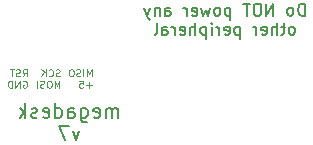
<source format=gbr>
G04 #@! TF.GenerationSoftware,KiCad,Pcbnew,(5.99.0-12157-g5a28a06597)*
G04 #@! TF.CreationDate,2021-09-27T15:07:42-04:00*
G04 #@! TF.ProjectId,megadesk,6d656761-6465-4736-9b2e-6b696361645f,rev?*
G04 #@! TF.SameCoordinates,Original*
G04 #@! TF.FileFunction,Legend,Bot*
G04 #@! TF.FilePolarity,Positive*
%FSLAX46Y46*%
G04 Gerber Fmt 4.6, Leading zero omitted, Abs format (unit mm)*
G04 Created by KiCad (PCBNEW (5.99.0-12157-g5a28a06597)) date 2021-09-27 15:07:42*
%MOMM*%
%LPD*%
G01*
G04 APERTURE LIST*
%ADD10C,0.150000*%
%ADD11C,0.100000*%
%ADD12C,0.200000*%
G04 APERTURE END LIST*
D10*
X138838095Y-113647380D02*
X138838095Y-112647380D01*
X138600000Y-112647380D01*
X138457142Y-112695000D01*
X138361904Y-112790238D01*
X138314285Y-112885476D01*
X138266666Y-113075952D01*
X138266666Y-113218809D01*
X138314285Y-113409285D01*
X138361904Y-113504523D01*
X138457142Y-113599761D01*
X138600000Y-113647380D01*
X138838095Y-113647380D01*
X137695238Y-113647380D02*
X137790476Y-113599761D01*
X137838095Y-113552142D01*
X137885714Y-113456904D01*
X137885714Y-113171190D01*
X137838095Y-113075952D01*
X137790476Y-113028333D01*
X137695238Y-112980714D01*
X137552380Y-112980714D01*
X137457142Y-113028333D01*
X137409523Y-113075952D01*
X137361904Y-113171190D01*
X137361904Y-113456904D01*
X137409523Y-113552142D01*
X137457142Y-113599761D01*
X137552380Y-113647380D01*
X137695238Y-113647380D01*
X136171428Y-113647380D02*
X136171428Y-112647380D01*
X135600000Y-113647380D01*
X135600000Y-112647380D01*
X134933333Y-112647380D02*
X134742857Y-112647380D01*
X134647619Y-112695000D01*
X134552380Y-112790238D01*
X134504761Y-112980714D01*
X134504761Y-113314047D01*
X134552380Y-113504523D01*
X134647619Y-113599761D01*
X134742857Y-113647380D01*
X134933333Y-113647380D01*
X135028571Y-113599761D01*
X135123809Y-113504523D01*
X135171428Y-113314047D01*
X135171428Y-112980714D01*
X135123809Y-112790238D01*
X135028571Y-112695000D01*
X134933333Y-112647380D01*
X134219047Y-112647380D02*
X133647619Y-112647380D01*
X133933333Y-113647380D02*
X133933333Y-112647380D01*
X132552380Y-112980714D02*
X132552380Y-113980714D01*
X132552380Y-113028333D02*
X132457142Y-112980714D01*
X132266666Y-112980714D01*
X132171428Y-113028333D01*
X132123809Y-113075952D01*
X132076190Y-113171190D01*
X132076190Y-113456904D01*
X132123809Y-113552142D01*
X132171428Y-113599761D01*
X132266666Y-113647380D01*
X132457142Y-113647380D01*
X132552380Y-113599761D01*
X131504761Y-113647380D02*
X131600000Y-113599761D01*
X131647619Y-113552142D01*
X131695238Y-113456904D01*
X131695238Y-113171190D01*
X131647619Y-113075952D01*
X131600000Y-113028333D01*
X131504761Y-112980714D01*
X131361904Y-112980714D01*
X131266666Y-113028333D01*
X131219047Y-113075952D01*
X131171428Y-113171190D01*
X131171428Y-113456904D01*
X131219047Y-113552142D01*
X131266666Y-113599761D01*
X131361904Y-113647380D01*
X131504761Y-113647380D01*
X130838095Y-112980714D02*
X130647619Y-113647380D01*
X130457142Y-113171190D01*
X130266666Y-113647380D01*
X130076190Y-112980714D01*
X129314285Y-113599761D02*
X129409523Y-113647380D01*
X129600000Y-113647380D01*
X129695238Y-113599761D01*
X129742857Y-113504523D01*
X129742857Y-113123571D01*
X129695238Y-113028333D01*
X129600000Y-112980714D01*
X129409523Y-112980714D01*
X129314285Y-113028333D01*
X129266666Y-113123571D01*
X129266666Y-113218809D01*
X129742857Y-113314047D01*
X128838095Y-113647380D02*
X128838095Y-112980714D01*
X128838095Y-113171190D02*
X128790476Y-113075952D01*
X128742857Y-113028333D01*
X128647619Y-112980714D01*
X128552380Y-112980714D01*
X127028571Y-113647380D02*
X127028571Y-113123571D01*
X127076190Y-113028333D01*
X127171428Y-112980714D01*
X127361904Y-112980714D01*
X127457142Y-113028333D01*
X127028571Y-113599761D02*
X127123809Y-113647380D01*
X127361904Y-113647380D01*
X127457142Y-113599761D01*
X127504761Y-113504523D01*
X127504761Y-113409285D01*
X127457142Y-113314047D01*
X127361904Y-113266428D01*
X127123809Y-113266428D01*
X127028571Y-113218809D01*
X126552380Y-112980714D02*
X126552380Y-113647380D01*
X126552380Y-113075952D02*
X126504761Y-113028333D01*
X126409523Y-112980714D01*
X126266666Y-112980714D01*
X126171428Y-113028333D01*
X126123809Y-113123571D01*
X126123809Y-113647380D01*
X125742857Y-112980714D02*
X125504761Y-113647380D01*
X125266666Y-112980714D02*
X125504761Y-113647380D01*
X125600000Y-113885476D01*
X125647619Y-113933095D01*
X125742857Y-113980714D01*
X137814285Y-115257380D02*
X137909523Y-115209761D01*
X137957142Y-115162142D01*
X138004761Y-115066904D01*
X138004761Y-114781190D01*
X137957142Y-114685952D01*
X137909523Y-114638333D01*
X137814285Y-114590714D01*
X137671428Y-114590714D01*
X137576190Y-114638333D01*
X137528571Y-114685952D01*
X137480952Y-114781190D01*
X137480952Y-115066904D01*
X137528571Y-115162142D01*
X137576190Y-115209761D01*
X137671428Y-115257380D01*
X137814285Y-115257380D01*
X137195238Y-114590714D02*
X136814285Y-114590714D01*
X137052380Y-114257380D02*
X137052380Y-115114523D01*
X137004761Y-115209761D01*
X136909523Y-115257380D01*
X136814285Y-115257380D01*
X136480952Y-115257380D02*
X136480952Y-114257380D01*
X136052380Y-115257380D02*
X136052380Y-114733571D01*
X136100000Y-114638333D01*
X136195238Y-114590714D01*
X136338095Y-114590714D01*
X136433333Y-114638333D01*
X136480952Y-114685952D01*
X135195238Y-115209761D02*
X135290476Y-115257380D01*
X135480952Y-115257380D01*
X135576190Y-115209761D01*
X135623809Y-115114523D01*
X135623809Y-114733571D01*
X135576190Y-114638333D01*
X135480952Y-114590714D01*
X135290476Y-114590714D01*
X135195238Y-114638333D01*
X135147619Y-114733571D01*
X135147619Y-114828809D01*
X135623809Y-114924047D01*
X134719047Y-115257380D02*
X134719047Y-114590714D01*
X134719047Y-114781190D02*
X134671428Y-114685952D01*
X134623809Y-114638333D01*
X134528571Y-114590714D01*
X134433333Y-114590714D01*
X133338095Y-114590714D02*
X133338095Y-115590714D01*
X133338095Y-114638333D02*
X133242857Y-114590714D01*
X133052380Y-114590714D01*
X132957142Y-114638333D01*
X132909523Y-114685952D01*
X132861904Y-114781190D01*
X132861904Y-115066904D01*
X132909523Y-115162142D01*
X132957142Y-115209761D01*
X133052380Y-115257380D01*
X133242857Y-115257380D01*
X133338095Y-115209761D01*
X132052380Y-115209761D02*
X132147619Y-115257380D01*
X132338095Y-115257380D01*
X132433333Y-115209761D01*
X132480952Y-115114523D01*
X132480952Y-114733571D01*
X132433333Y-114638333D01*
X132338095Y-114590714D01*
X132147619Y-114590714D01*
X132052380Y-114638333D01*
X132004761Y-114733571D01*
X132004761Y-114828809D01*
X132480952Y-114924047D01*
X131576190Y-115257380D02*
X131576190Y-114590714D01*
X131576190Y-114781190D02*
X131528571Y-114685952D01*
X131480952Y-114638333D01*
X131385714Y-114590714D01*
X131290476Y-114590714D01*
X130957142Y-115257380D02*
X130957142Y-114590714D01*
X130957142Y-114257380D02*
X131004761Y-114305000D01*
X130957142Y-114352619D01*
X130909523Y-114305000D01*
X130957142Y-114257380D01*
X130957142Y-114352619D01*
X130480952Y-114590714D02*
X130480952Y-115590714D01*
X130480952Y-114638333D02*
X130385714Y-114590714D01*
X130195238Y-114590714D01*
X130100000Y-114638333D01*
X130052380Y-114685952D01*
X130004761Y-114781190D01*
X130004761Y-115066904D01*
X130052380Y-115162142D01*
X130100000Y-115209761D01*
X130195238Y-115257380D01*
X130385714Y-115257380D01*
X130480952Y-115209761D01*
X129576190Y-115257380D02*
X129576190Y-114257380D01*
X129147619Y-115257380D02*
X129147619Y-114733571D01*
X129195238Y-114638333D01*
X129290476Y-114590714D01*
X129433333Y-114590714D01*
X129528571Y-114638333D01*
X129576190Y-114685952D01*
X128290476Y-115209761D02*
X128385714Y-115257380D01*
X128576190Y-115257380D01*
X128671428Y-115209761D01*
X128719047Y-115114523D01*
X128719047Y-114733571D01*
X128671428Y-114638333D01*
X128576190Y-114590714D01*
X128385714Y-114590714D01*
X128290476Y-114638333D01*
X128242857Y-114733571D01*
X128242857Y-114828809D01*
X128719047Y-114924047D01*
X127814285Y-115257380D02*
X127814285Y-114590714D01*
X127814285Y-114781190D02*
X127766666Y-114685952D01*
X127719047Y-114638333D01*
X127623809Y-114590714D01*
X127528571Y-114590714D01*
X126766666Y-115257380D02*
X126766666Y-114733571D01*
X126814285Y-114638333D01*
X126909523Y-114590714D01*
X127100000Y-114590714D01*
X127195238Y-114638333D01*
X126766666Y-115209761D02*
X126861904Y-115257380D01*
X127100000Y-115257380D01*
X127195238Y-115209761D01*
X127242857Y-115114523D01*
X127242857Y-115019285D01*
X127195238Y-114924047D01*
X127100000Y-114876428D01*
X126861904Y-114876428D01*
X126766666Y-114828809D01*
X126147619Y-115257380D02*
X126242857Y-115209761D01*
X126290476Y-115114523D01*
X126290476Y-114257380D01*
D11*
X118092140Y-118759857D02*
X118006426Y-118788428D01*
X117863568Y-118788428D01*
X117806426Y-118759857D01*
X117777854Y-118731285D01*
X117749283Y-118674142D01*
X117749283Y-118617000D01*
X117777854Y-118559857D01*
X117806426Y-118531285D01*
X117863568Y-118502714D01*
X117977854Y-118474142D01*
X118034997Y-118445571D01*
X118063568Y-118417000D01*
X118092140Y-118359857D01*
X118092140Y-118302714D01*
X118063568Y-118245571D01*
X118034997Y-118217000D01*
X117977854Y-118188428D01*
X117834997Y-118188428D01*
X117749283Y-118217000D01*
X117149283Y-118731285D02*
X117177854Y-118759857D01*
X117263568Y-118788428D01*
X117320711Y-118788428D01*
X117406426Y-118759857D01*
X117463568Y-118702714D01*
X117492140Y-118645571D01*
X117520711Y-118531285D01*
X117520711Y-118445571D01*
X117492140Y-118331285D01*
X117463568Y-118274142D01*
X117406426Y-118217000D01*
X117320711Y-118188428D01*
X117263568Y-118188428D01*
X117177854Y-118217000D01*
X117149283Y-118245571D01*
X116892140Y-118788428D02*
X116892140Y-118188428D01*
X116549283Y-118788428D02*
X116806426Y-118445571D01*
X116549283Y-118188428D02*
X116892140Y-118531285D01*
X118063568Y-119754428D02*
X118063568Y-119154428D01*
X117863568Y-119583000D01*
X117663568Y-119154428D01*
X117663568Y-119754428D01*
X117263568Y-119154428D02*
X117149283Y-119154428D01*
X117092140Y-119183000D01*
X117034997Y-119240142D01*
X117006426Y-119354428D01*
X117006426Y-119554428D01*
X117034997Y-119668714D01*
X117092140Y-119725857D01*
X117149283Y-119754428D01*
X117263568Y-119754428D01*
X117320711Y-119725857D01*
X117377854Y-119668714D01*
X117406426Y-119554428D01*
X117406426Y-119354428D01*
X117377854Y-119240142D01*
X117320711Y-119183000D01*
X117263568Y-119154428D01*
X116777854Y-119725857D02*
X116692140Y-119754428D01*
X116549283Y-119754428D01*
X116492140Y-119725857D01*
X116463568Y-119697285D01*
X116434997Y-119640142D01*
X116434997Y-119583000D01*
X116463568Y-119525857D01*
X116492140Y-119497285D01*
X116549283Y-119468714D01*
X116663568Y-119440142D01*
X116720711Y-119411571D01*
X116749283Y-119383000D01*
X116777854Y-119325857D01*
X116777854Y-119268714D01*
X116749283Y-119211571D01*
X116720711Y-119183000D01*
X116663568Y-119154428D01*
X116520711Y-119154428D01*
X116434997Y-119183000D01*
X116177854Y-119754428D02*
X116177854Y-119154428D01*
X114949285Y-118788428D02*
X115149285Y-118502714D01*
X115292142Y-118788428D02*
X115292142Y-118188428D01*
X115063571Y-118188428D01*
X115006428Y-118217000D01*
X114977857Y-118245571D01*
X114949285Y-118302714D01*
X114949285Y-118388428D01*
X114977857Y-118445571D01*
X115006428Y-118474142D01*
X115063571Y-118502714D01*
X115292142Y-118502714D01*
X114720714Y-118759857D02*
X114635000Y-118788428D01*
X114492142Y-118788428D01*
X114435000Y-118759857D01*
X114406428Y-118731285D01*
X114377857Y-118674142D01*
X114377857Y-118617000D01*
X114406428Y-118559857D01*
X114435000Y-118531285D01*
X114492142Y-118502714D01*
X114606428Y-118474142D01*
X114663571Y-118445571D01*
X114692142Y-118417000D01*
X114720714Y-118359857D01*
X114720714Y-118302714D01*
X114692142Y-118245571D01*
X114663571Y-118217000D01*
X114606428Y-118188428D01*
X114463571Y-118188428D01*
X114377857Y-118217000D01*
X114206428Y-118188428D02*
X113863571Y-118188428D01*
X114035000Y-118788428D02*
X114035000Y-118188428D01*
X114977857Y-119183000D02*
X115035000Y-119154428D01*
X115120714Y-119154428D01*
X115206428Y-119183000D01*
X115263571Y-119240142D01*
X115292142Y-119297285D01*
X115320714Y-119411571D01*
X115320714Y-119497285D01*
X115292142Y-119611571D01*
X115263571Y-119668714D01*
X115206428Y-119725857D01*
X115120714Y-119754428D01*
X115063571Y-119754428D01*
X114977857Y-119725857D01*
X114949285Y-119697285D01*
X114949285Y-119497285D01*
X115063571Y-119497285D01*
X114692142Y-119754428D02*
X114692142Y-119154428D01*
X114349285Y-119754428D01*
X114349285Y-119154428D01*
X114063571Y-119754428D02*
X114063571Y-119154428D01*
X113920714Y-119154428D01*
X113835000Y-119183000D01*
X113777857Y-119240142D01*
X113749285Y-119297285D01*
X113720714Y-119411571D01*
X113720714Y-119497285D01*
X113749285Y-119611571D01*
X113777857Y-119668714D01*
X113835000Y-119725857D01*
X113920714Y-119754428D01*
X114063571Y-119754428D01*
X120792142Y-118788428D02*
X120792142Y-118188428D01*
X120592142Y-118617000D01*
X120392142Y-118188428D01*
X120392142Y-118788428D01*
X120106428Y-118788428D02*
X120106428Y-118188428D01*
X119849285Y-118759857D02*
X119763571Y-118788428D01*
X119620714Y-118788428D01*
X119563571Y-118759857D01*
X119535000Y-118731285D01*
X119506428Y-118674142D01*
X119506428Y-118617000D01*
X119535000Y-118559857D01*
X119563571Y-118531285D01*
X119620714Y-118502714D01*
X119735000Y-118474142D01*
X119792142Y-118445571D01*
X119820714Y-118417000D01*
X119849285Y-118359857D01*
X119849285Y-118302714D01*
X119820714Y-118245571D01*
X119792142Y-118217000D01*
X119735000Y-118188428D01*
X119592142Y-118188428D01*
X119506428Y-118217000D01*
X119135000Y-118188428D02*
X119020714Y-118188428D01*
X118963571Y-118217000D01*
X118906428Y-118274142D01*
X118877857Y-118388428D01*
X118877857Y-118588428D01*
X118906428Y-118702714D01*
X118963571Y-118759857D01*
X119020714Y-118788428D01*
X119135000Y-118788428D01*
X119192142Y-118759857D01*
X119249285Y-118702714D01*
X119277857Y-118588428D01*
X119277857Y-118388428D01*
X119249285Y-118274142D01*
X119192142Y-118217000D01*
X119135000Y-118188428D01*
X120792142Y-119525857D02*
X120335000Y-119525857D01*
X120563571Y-119754428D02*
X120563571Y-119297285D01*
X119763571Y-119154428D02*
X120049285Y-119154428D01*
X120077857Y-119440142D01*
X120049285Y-119411571D01*
X119992142Y-119383000D01*
X119849285Y-119383000D01*
X119792142Y-119411571D01*
X119763571Y-119440142D01*
X119735000Y-119497285D01*
X119735000Y-119640142D01*
X119763571Y-119697285D01*
X119792142Y-119725857D01*
X119849285Y-119754428D01*
X119992142Y-119754428D01*
X120049285Y-119725857D01*
X120077857Y-119697285D01*
D12*
X123042857Y-122276857D02*
X123042857Y-121476857D01*
X123042857Y-121591142D02*
X122985714Y-121534000D01*
X122871428Y-121476857D01*
X122700000Y-121476857D01*
X122585714Y-121534000D01*
X122528571Y-121648285D01*
X122528571Y-122276857D01*
X122528571Y-121648285D02*
X122471428Y-121534000D01*
X122357142Y-121476857D01*
X122185714Y-121476857D01*
X122071428Y-121534000D01*
X122014285Y-121648285D01*
X122014285Y-122276857D01*
X120985714Y-122219714D02*
X121100000Y-122276857D01*
X121328571Y-122276857D01*
X121442857Y-122219714D01*
X121500000Y-122105428D01*
X121500000Y-121648285D01*
X121442857Y-121534000D01*
X121328571Y-121476857D01*
X121100000Y-121476857D01*
X120985714Y-121534000D01*
X120928571Y-121648285D01*
X120928571Y-121762571D01*
X121500000Y-121876857D01*
X119900000Y-121476857D02*
X119900000Y-122448285D01*
X119957142Y-122562571D01*
X120014285Y-122619714D01*
X120128571Y-122676857D01*
X120300000Y-122676857D01*
X120414285Y-122619714D01*
X119900000Y-122219714D02*
X120014285Y-122276857D01*
X120242857Y-122276857D01*
X120357142Y-122219714D01*
X120414285Y-122162571D01*
X120471428Y-122048285D01*
X120471428Y-121705428D01*
X120414285Y-121591142D01*
X120357142Y-121534000D01*
X120242857Y-121476857D01*
X120014285Y-121476857D01*
X119900000Y-121534000D01*
X118814285Y-122276857D02*
X118814285Y-121648285D01*
X118871428Y-121534000D01*
X118985714Y-121476857D01*
X119214285Y-121476857D01*
X119328571Y-121534000D01*
X118814285Y-122219714D02*
X118928571Y-122276857D01*
X119214285Y-122276857D01*
X119328571Y-122219714D01*
X119385714Y-122105428D01*
X119385714Y-121991142D01*
X119328571Y-121876857D01*
X119214285Y-121819714D01*
X118928571Y-121819714D01*
X118814285Y-121762571D01*
X117728571Y-122276857D02*
X117728571Y-121076857D01*
X117728571Y-122219714D02*
X117842857Y-122276857D01*
X118071428Y-122276857D01*
X118185714Y-122219714D01*
X118242857Y-122162571D01*
X118300000Y-122048285D01*
X118300000Y-121705428D01*
X118242857Y-121591142D01*
X118185714Y-121534000D01*
X118071428Y-121476857D01*
X117842857Y-121476857D01*
X117728571Y-121534000D01*
X116700000Y-122219714D02*
X116814285Y-122276857D01*
X117042857Y-122276857D01*
X117157142Y-122219714D01*
X117214285Y-122105428D01*
X117214285Y-121648285D01*
X117157142Y-121534000D01*
X117042857Y-121476857D01*
X116814285Y-121476857D01*
X116700000Y-121534000D01*
X116642857Y-121648285D01*
X116642857Y-121762571D01*
X117214285Y-121876857D01*
X116185714Y-122219714D02*
X116071428Y-122276857D01*
X115842857Y-122276857D01*
X115728571Y-122219714D01*
X115671428Y-122105428D01*
X115671428Y-122048285D01*
X115728571Y-121934000D01*
X115842857Y-121876857D01*
X116014285Y-121876857D01*
X116128571Y-121819714D01*
X116185714Y-121705428D01*
X116185714Y-121648285D01*
X116128571Y-121534000D01*
X116014285Y-121476857D01*
X115842857Y-121476857D01*
X115728571Y-121534000D01*
X115157142Y-122276857D02*
X115157142Y-121076857D01*
X115042857Y-121819714D02*
X114700000Y-122276857D01*
X114700000Y-121476857D02*
X115157142Y-121934000D01*
X119757142Y-123408857D02*
X119471428Y-124208857D01*
X119185714Y-123408857D01*
X118842857Y-123008857D02*
X118042857Y-123008857D01*
X118557142Y-124208857D01*
M02*

</source>
